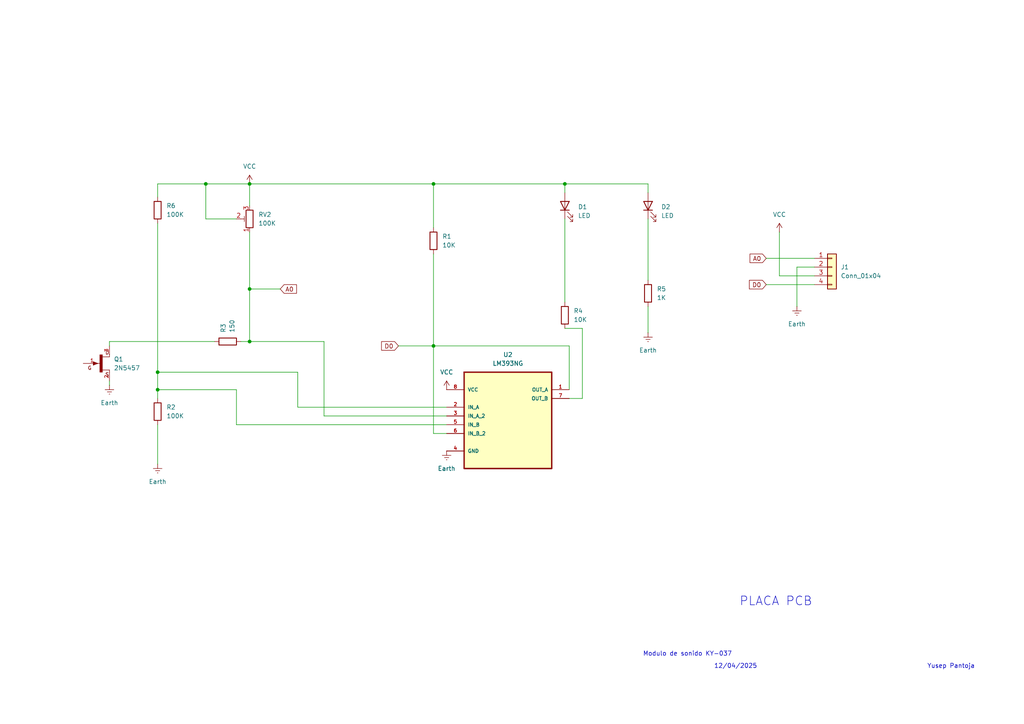
<source format=kicad_sch>
(kicad_sch (version 20250114) (generator "eeschema") (generator_version "9.0")
  (paper "A4")
  (lib_symbols
    (symbol "2N5457:2N5457" (pin_names (offset 1.016))
      (property "Reference" "Q" (at -10.1732 4.9594 0))
      (property "Value" "2N5457" (at -10.1782 2.5446 0))
      (symbol "2N5457_0_0"
        (polyline (pts (xy -2.159 0.508) (xy -2.159 -0.508)) (stroke (width 0.1524)))
        (polyline (pts (xy -2.159 -0.508) (xy -0.889 0)) (stroke (width 0.1524)))
        (polyline (pts (xy -2.032 0.254) (xy -2.032 -0.254)) (stroke (width 0.3048)))
        (polyline (pts (xy -2.032 -0.254) (xy -1.397 0)) (stroke (width 0.3048)))
        (polyline (pts (xy -1.397 0) (xy -1.27 0)) (stroke (width 0.1524)))
        (polyline (pts (xy -1.27 0) (xy -2.032 0.254)) (stroke (width 0.3048)))
        (polyline (pts (xy -1.27 0) (xy -0.889 0)) (stroke (width 0.1524)))
        (polyline (pts (xy -0.889 0) (xy -2.159 0.508)) (stroke (width 0.1524)))
        (rectangle (start -0.2543 -2.5434) (end 0.508 2.54) (stroke (width 0.1)) (fill (type outline)))
        (polyline (pts (xy 2.54 2.667) (xy 2.54 1.905)) (stroke (width 0.1524)))
        (polyline (pts (xy 2.54 1.905) (xy 0.508 1.905)) (stroke (width 0.1524)))
        (polyline (pts (xy 2.54 -1.905) (xy 0.5334 -1.905)) (stroke (width 0.1524)))
        (polyline (pts (xy 2.54 -2.54) (xy 2.54 -1.905)) (stroke (width 0.1524)))
        (text "G" (at -3.8123 -1.9061 0) (effects (font (size 1.0166 1.0166)) (justify left bottom)))
        (text "S" (at 1.27 -3.81 0) (effects (font (size 1.016 1.016)) (justify left bottom)))
        (text "D" (at 1.2713 2.5425 0) (effects (font (size 1.017 1.017)) (justify left bottom)))
        (pin passive line (at -5.08 0 0) (length 5.08) (name "~") (number "1"))
        (pin passive line (at 2.54 5.08 270) (length 2.54) (name "~") (number "3"))
        (pin passive line (at 2.54 -5.08 90) (length 2.54) (name "~") (number "2"))
      )
    )
    (symbol "Connector_Generic:Conn_01x04" (pin_names (offset 1.016) (hide yes))
      (property "Reference" "J" (at 0 5.08 0))
      (property "Value" "Conn_01x04" (at 0 -7.62 0))
      (symbol "Conn_01x04_1_1"
        (rectangle (start -1.27 3.81) (end 1.27 -6.35) (stroke (width 0.254)) (fill (type background)))
        (rectangle (start -1.27 2.667) (end 0 2.413) (stroke (width 0.1524)))
        (rectangle (start -1.27 0.127) (end 0 -0.127) (stroke (width 0.1524)))
        (rectangle (start -1.27 -2.413) (end 0 -2.667) (stroke (width 0.1524)))
        (rectangle (start -1.27 -4.953) (end 0 -5.207) (stroke (width 0.1524)))
        (pin passive line (at -5.08 2.54 0) (length 3.81) (name "Pin_1") (number "1"))
        (pin passive line (at -5.08 0 0) (length 3.81) (name "Pin_2") (number "2"))
        (pin passive line (at -5.08 -2.54 0) (length 3.81) (name "Pin_3") (number "3"))
        (pin passive line (at -5.08 -5.08 0) (length 3.81) (name "Pin_4") (number "4"))
      )
    )
    (symbol "Device:LED" (pin_numbers (hide yes)) (pin_names (offset 1.016) (hide yes))
      (property "Reference" "D" (at 0 2.54 0))
      (property "Value" "LED" (at 0 -2.54 0))
      (symbol "LED_0_1"
        (polyline (pts (xy -3.048 -0.762) (xy -4.572 -2.286) (xy -3.81 -2.286) (xy -4.572 -2.286) (xy -4.572 -1.524)))
        (polyline (pts (xy -1.778 -0.762) (xy -3.302 -2.286) (xy -2.54 -2.286) (xy -3.302 -2.286) (xy -3.302 -1.524)))
        (polyline (pts (xy -1.27 0) (xy 1.27 0)))
        (polyline (pts (xy -1.27 -1.27) (xy -1.27 1.27)) (stroke (width 0.254)))
        (polyline (pts (xy 1.27 -1.27) (xy 1.27 1.27) (xy -1.27 0) (xy 1.27 -1.27)) (stroke (width 0.254)))
      )
      (symbol "LED_1_1"
        (pin passive line (at -3.81 0 0) (length 2.54) (name "K") (number "1"))
        (pin passive line (at 3.81 0 180) (length 2.54) (name "A") (number "2"))
      )
    )
    (symbol "Device:R" (pin_numbers (hide yes)) (pin_names (offset 0))
      (property "Reference" "R" (at 2.032 0 90))
      (property "Value" "R" (at 0 0 90))
      (symbol "R_0_1"
        (rectangle (start -1.016 -2.54) (end 1.016 2.54) (stroke (width 0.254)))
      )
      (symbol "R_1_1"
        (pin passive line (at 0 3.81 270) (length 1.27) (name "~") (number "1"))
        (pin passive line (at 0 -3.81 90) (length 1.27) (name "~") (number "2"))
      )
    )
    (symbol "Device:R_Potentiometer_Trim" (pin_names (offset 1.016) (hide yes))
      (property "Reference" "RV" (at -4.445 0 90))
      (property "Value" "R_Potentiometer_Trim" (at -2.54 0 90))
      (symbol "R_Potentiometer_Trim_0_1"
        (rectangle (start 1.016 2.54) (end -1.016 -2.54) (stroke (width 0.254)))
        (polyline (pts (xy 1.524 0.762) (xy 1.524 -0.762)))
        (polyline (pts (xy 2.54 0) (xy 1.524 0)))
      )
      (symbol "R_Potentiometer_Trim_1_1"
        (pin passive line (at 0 3.81 270) (length 1.27) (name "1") (number "1"))
        (pin passive line (at 0 -3.81 90) (length 1.27) (name "3") (number "3"))
        (pin passive line (at 3.81 0 180) (length 1.27) (name "2") (number "2"))
      )
    )
    (symbol "LM393NG:LM393NG" (pin_names (offset 1.016))
      (property "Reference" "U" (at -5.3674 14.2199 0))
      (property "Value" "LM393NG" (at -4.8008 -22.7339 0))
      (symbol "LM393NG_0_0"
        (rectangle (start -12.7 -17.78) (end 12.7 10.16) (stroke (width 0.4064)) (fill (type background)))
        (pin power_in line (at -17.78 5.08 0) (length 5.08) (name "VCC") (number "8"))
        (pin input line (at -17.78 0 0) (length 5.08) (name "IN_A") (number "2"))
        (pin input line (at -17.78 -2.54 0) (length 5.08) (name "IN_A_2") (number "3"))
        (pin input line (at -17.78 -5.08 0) (length 5.08) (name "IN_B") (number "5"))
        (pin input line (at -17.78 -7.62 0) (length 5.08) (name "IN_B_2") (number "6"))
        (pin passive line (at -17.78 -12.7 0) (length 5.08) (name "GND") (number "4"))
        (pin output line (at 17.78 5.08 180) (length 5.08) (name "OUT_A") (number "1"))
        (pin output line (at 17.78 2.54 180) (length 5.08) (name "OUT_B") (number "7"))
      )
    )
    (symbol "power:Earth" (power) (pin_numbers (hide yes)) (pin_names (offset 0) (hide yes))
      (property "Value" "Earth" (at 0 -3.81 0))
      (symbol "Earth_0_1"
        (polyline (pts (xy -0.635 -1.905) (xy 0.635 -1.905)))
        (polyline (pts (xy -0.127 -2.54) (xy 0.127 -2.54)))
        (polyline (pts (xy 0 -1.27) (xy 0 0)))
        (polyline (pts (xy 1.27 -1.27) (xy -1.27 -1.27)))
      )
      (symbol "Earth_1_1"
        (pin power_in line (at 0 0 270) (length 0) (name "~") (number "1"))
      )
    )
    (symbol "power:VCC" (power) (pin_numbers (hide yes)) (pin_names (offset 0) (hide yes))
      (property "Value" "VCC" (at 0 3.556 0))
      (symbol "VCC_0_1"
        (polyline (pts (xy -0.762 1.27) (xy 0 2.54)))
        (polyline (pts (xy 0 2.54) (xy 0.762 1.27)))
        (polyline (pts (xy 0 0) (xy 0 2.54)))
      )
      (symbol "VCC_1_1"
        (pin power_in line (at 0 0 90) (length 0) (name "~") (number "1"))
      )
    )
  )
  (text "PLACA PCB" (at 225.044 174.498 0) (effects (font (size 2.54 2.54))))
  (text "12/04/2025" (at 213.36 193.294 0) (effects (font (size 1.27 1.27))))
  (text "Modulo de sonido KY-037" (at 199.39 189.738 0) (effects (font (size 1.27 1.27))))
  (text "Yusep Pantoja" (at 275.844 193.294 0) (effects (font (size 1.27 1.27))))
  (junction (at 59.69 53.34))
  (junction (at 125.73 100.33))
  (junction (at 45.72 113.03))
  (junction (at 45.72 107.95))
  (junction (at 125.73 53.34))
  (junction (at 163.83 53.34))
  (junction (at 72.39 99.06))
  (junction (at 72.39 53.34))
  (junction (at 72.39 83.82))
  (wire (pts (xy 72.39 67.31) (xy 72.39 83.82)))
  (wire (pts (xy 165.1 115.57) (xy 168.91 115.57)))
  (wire (pts (xy 125.73 73.66) (xy 125.73 100.33)))
  (wire (pts (xy 129.54 125.73) (xy 125.73 125.73)))
  (wire (pts (xy 129.54 118.11) (xy 86.36 118.11)))
  (wire (pts (xy 163.83 53.34) (xy 163.83 55.88)))
  (wire (pts (xy 236.22 80.01) (xy 226.06 80.01)))
  (wire (pts (xy 165.1 100.33) (xy 125.73 100.33)))
  (wire (pts (xy 86.36 118.11) (xy 86.36 107.95)))
  (wire (pts (xy 125.73 53.34) (xy 163.83 53.34)))
  (wire (pts (xy 226.06 80.01) (xy 226.06 67.31)))
  (wire (pts (xy 72.39 83.82) (xy 72.39 99.06)))
  (wire (pts (xy 231.14 77.47) (xy 231.14 88.9)))
  (wire (pts (xy 45.72 107.95) (xy 45.72 113.03)))
  (wire (pts (xy 222.25 74.93) (xy 236.22 74.93)))
  (wire (pts (xy 168.91 95.25) (xy 163.83 95.25)))
  (wire (pts (xy 93.98 99.06) (xy 72.39 99.06)))
  (wire (pts (xy 72.39 53.34) (xy 125.73 53.34)))
  (wire (pts (xy 45.72 123.19) (xy 45.72 134.62)))
  (wire (pts (xy 187.96 63.5) (xy 187.96 81.28)))
  (wire (pts (xy 163.83 53.34) (xy 187.96 53.34)))
  (wire (pts (xy 163.83 63.5) (xy 163.83 87.63)))
  (wire (pts (xy 86.36 107.95) (xy 45.72 107.95)))
  (wire (pts (xy 45.72 113.03) (xy 45.72 115.57)))
  (wire (pts (xy 72.39 53.34) (xy 72.39 59.69)))
  (wire (pts (xy 125.73 66.04) (xy 125.73 53.34)))
  (wire (pts (xy 31.75 110.49) (xy 31.75 111.76)))
  (wire (pts (xy 81.28 83.82) (xy 72.39 83.82)))
  (wire (pts (xy 129.54 120.65) (xy 93.98 120.65)))
  (wire (pts (xy 31.75 99.06) (xy 31.75 100.33)))
  (wire (pts (xy 68.58 113.03) (xy 45.72 113.03)))
  (wire (pts (xy 165.1 113.03) (xy 165.1 100.33)))
  (wire (pts (xy 69.85 99.06) (xy 72.39 99.06)))
  (wire (pts (xy 45.72 64.77) (xy 45.72 107.95)))
  (wire (pts (xy 68.58 63.5) (xy 59.69 63.5)))
  (wire (pts (xy 93.98 120.65) (xy 93.98 99.06)))
  (wire (pts (xy 68.58 123.19) (xy 68.58 113.03)))
  (wire (pts (xy 59.69 53.34) (xy 45.72 53.34)))
  (wire (pts (xy 59.69 63.5) (xy 59.69 53.34)))
  (wire (pts (xy 129.54 123.19) (xy 68.58 123.19)))
  (wire (pts (xy 222.25 82.55) (xy 236.22 82.55)))
  (wire (pts (xy 236.22 77.47) (xy 231.14 77.47)))
  (wire (pts (xy 45.72 53.34) (xy 45.72 57.15)))
  (wire (pts (xy 115.57 100.33) (xy 125.73 100.33)))
  (wire (pts (xy 187.96 55.88) (xy 187.96 53.34)))
  (wire (pts (xy 62.23 99.06) (xy 31.75 99.06)))
  (wire (pts (xy 125.73 100.33) (xy 125.73 125.73)))
  (wire (pts (xy 187.96 88.9) (xy 187.96 96.52)))
  (wire (pts (xy 72.39 53.34) (xy 59.69 53.34)))
  (wire (pts (xy 168.91 115.57) (xy 168.91 95.25)))
  (global_label "D0" (shape input) (at 222.25 82.55 180) (property "Intersheetrefs" "${INTERSHEET_REFS}" (effects (hide yes))))
  (global_label "A0" (shape input) (at 222.25 74.93 180) (property "Intersheetrefs" "${INTERSHEET_REFS}" (effects (hide yes))))
  (global_label "D0" (shape input) (at 115.57 100.33 180) (property "Intersheetrefs" "${INTERSHEET_REFS}" (effects (hide yes))))
  (global_label "A0" (shape input) (at 81.28 83.82 0) (property "Intersheetrefs" "${INTERSHEET_REFS}" (effects (hide yes))))
  (symbol (lib_id "Device:R") (at 45.72 119.38 180) (unit 1)
    (property "Reference" "R2" (at 48.26 118.1099 0) (effects (justify right)))
    (property "Value" "100K" (at 48.26 120.6499 0) (effects (justify right)))
    (property "Footprint" "Resistor_THT:R_Axial_DIN0207_L6.3mm_D2.5mm_P7.62mm_Horizontal" (effects (hide yes)))
    (property "Description" "Resistor" (effects (hide yes)))
  )
  (symbol (lib_id "power:Earth") (at 45.72 134.62 0) (unit 1)
    (property "Reference" "#PWR03" (effects (hide yes)))
    (property "Value" "Earth" (at 45.72 139.7 0))
    (property "Description" "Power symbol creates a global label with name \"Earth\"" (effects (hide yes)))
  )
  (symbol (lib_id "Device:LED") (at 187.96 59.69 90) (unit 1)
    (property "Reference" "D2" (at 191.77 60.0074 90) (effects (justify right)))
    (property "Value" "LED" (at 191.77 62.5474 90) (effects (justify right)))
    (property "Footprint" "Diode_THT:D_DO-35_SOD27_P7.62mm_Horizontal" (effects (hide yes)))
    (property "Description" "Light emitting diode" (effects (hide yes)))
    (property "Sim.Pins" "1=K 2=A" (effects (hide yes)))
  )
  (symbol (lib_id "Device:R") (at 163.83 91.44 0) (unit 1)
    (property "Reference" "R4" (at 166.37 90.1699 0) (effects (justify left)))
    (property "Value" "10K" (at 166.37 92.7099 0) (effects (justify left)))
    (property "Footprint" "Resistor_THT:R_Axial_DIN0207_L6.3mm_D2.5mm_P7.62mm_Horizontal" (effects (hide yes)))
    (property "Description" "Resistor" (effects (hide yes)))
  )
  (symbol (lib_id "power:Earth") (at 129.54 130.81 0) (unit 1)
    (property "Reference" "#PWR07" (effects (hide yes)))
    (property "Value" "Earth" (at 129.54 135.89 0))
    (property "Description" "Power symbol creates a global label with name \"Earth\"" (effects (hide yes)))
  )
  (symbol (lib_id "LM393NG:LM393NG") (at 147.32 118.11 0) (unit 1)
    (property "Reference" "U2" (at 147.32 102.87 0))
    (property "Value" "LM393NG" (at 147.32 105.41 0))
    (property "Footprint" "Package_DIP:CERDIP-8_W7.62mm_SideBrazed" (effects (hide yes)))
    (property "MF" "ON Semiconductor" (effects (hide yes)))
    (property "Description_1" "Comparator General Purpose CMOS, DTL, ECL, MOS, Open-Collector, TTL 8-PDIP" (effects (hide yes)))
    (property "PACKAGE" "PDIP-8" (effects (hide yes)))
    (property "MPN" "LM393NG" (effects (hide yes)))
    (property "Price" "None" (effects (hide yes)))
    (property "Package" "PDIP-8 ON Semiconductor" (effects (hide yes)))
    (property "OC_FARNELL" "1211133" (effects (hide yes)))
    (property "SnapEDA_Link" "https://www.snapeda.com/parts/LM393NG/Onsemi/view-part/?ref=snap" (effects (hide yes)))
    (property "MP" "LM393NG" (effects (hide yes)))
    (property "SUPPLIER" "On Semiconductors" (effects (hide yes)))
    (property "OC_NEWARK" "67H6685" (effects (hide yes)))
    (property "Availability" "In Stock" (effects (hide yes)))
    (property "Check_prices" "https://www.snapeda.com/parts/LM393NG/Onsemi/view-part/?ref=eda" (effects (hide yes)))
  )
  (symbol (lib_id "power:Earth") (at 231.14 88.9 0) (unit 1)
    (property "Reference" "#PWR02" (effects (hide yes)))
    (property "Value" "Earth" (at 231.14 93.98 0))
    (property "Description" "Power symbol creates a global label with name \"Earth\"" (effects (hide yes)))
  )
  (symbol (lib_id "power:Earth") (at 187.96 96.52 0) (unit 1)
    (property "Reference" "#PWR01" (effects (hide yes)))
    (property "Value" "Earth" (at 187.96 101.6 0))
    (property "Description" "Power symbol creates a global label with name \"Earth\"" (effects (hide yes)))
  )
  (symbol (lib_id "Device:R") (at 125.73 69.85 0) (unit 1)
    (property "Reference" "R1" (at 128.27 68.5799 0) (effects (justify left)))
    (property "Value" "10K" (at 128.27 71.1199 0) (effects (justify left)))
    (property "Footprint" "Resistor_THT:R_Axial_DIN0207_L6.3mm_D2.5mm_P7.62mm_Horizontal" (effects (hide yes)))
    (property "Description" "Resistor" (effects (hide yes)))
  )
  (symbol (lib_id "power:VCC") (at 129.54 113.03 0) (unit 1)
    (property "Reference" "#PWR08" (effects (hide yes)))
    (property "Value" "VCC" (at 129.54 107.95 0))
    (property "Description" "Power symbol creates a global label with name \"VCC\"" (effects (hide yes)))
  )
  (symbol (lib_id "Device:R") (at 66.04 99.06 90) (unit 1)
    (property "Reference" "R3" (at 64.7699 96.52 0) (effects (justify left)))
    (property "Value" "150" (at 67.3099 96.52 0) (effects (justify left)))
    (property "Footprint" "Resistor_THT:R_Axial_DIN0207_L6.3mm_D2.5mm_P7.62mm_Horizontal" (effects (hide yes)))
    (property "Description" "Resistor" (effects (hide yes)))
  )
  (symbol (lib_id "power:Earth") (at 31.75 111.76 0) (unit 1)
    (property "Reference" "#PWR04" (effects (hide yes)))
    (property "Value" "Earth" (at 31.75 116.84 0))
    (property "Description" "Power symbol creates a global label with name \"Earth\"" (effects (hide yes)))
  )
  (symbol (lib_id "Device:R") (at 45.72 60.96 0) (unit 1)
    (property "Reference" "R6" (at 48.26 59.6899 0) (effects (justify left)))
    (property "Value" "100K" (at 48.26 62.2299 0) (effects (justify left)))
    (property "Footprint" "Resistor_THT:R_Axial_DIN0207_L6.3mm_D2.5mm_P7.62mm_Horizontal" (effects (hide yes)))
    (property "Description" "Resistor" (effects (hide yes)))
  )
  (symbol (lib_id "Device:R") (at 187.96 85.09 0) (unit 1)
    (property "Reference" "R5" (at 190.5 83.8199 0) (effects (justify left)))
    (property "Value" "1K" (at 190.5 86.3599 0) (effects (justify left)))
    (property "Footprint" "Resistor_THT:R_Axial_DIN0207_L6.3mm_D2.5mm_P7.62mm_Horizontal" (effects (hide yes)))
    (property "Description" "Resistor" (effects (hide yes)))
  )
  (symbol (lib_id "power:VCC") (at 226.06 67.31 0) (unit 1)
    (property "Reference" "#PWR06" (effects (hide yes)))
    (property "Value" "VCC" (at 226.06 62.23 0))
    (property "Description" "Power symbol creates a global label with name \"VCC\"" (effects (hide yes)))
  )
  (symbol (lib_id "Device:LED") (at 163.83 59.69 90) (unit 1)
    (property "Reference" "D1" (at 167.64 60.0074 90) (effects (justify right)))
    (property "Value" "LED" (at 167.64 62.5474 90) (effects (justify right)))
    (property "Footprint" "Diode_THT:D_DO-35_SOD27_P7.62mm_Horizontal" (effects (hide yes)))
    (property "Description" "Light emitting diode" (effects (hide yes)))
    (property "Sim.Pins" "1=K 2=A" (effects (hide yes)))
  )
  (symbol (lib_id "Connector_Generic:Conn_01x04") (at 241.3 77.47 0) (unit 1)
    (property "Reference" "J1" (at 243.84 77.4699 0) (effects (justify left)))
    (property "Value" "Conn_01x04" (at 243.84 80.0099 0) (effects (justify left)))
    (property "Footprint" "Connector_PinHeader_2.54mm:PinHeader_1x04_P2.54mm_Vertical" (effects (hide yes)))
    (property "Description" "Generic connector, single row, 01x04, script generated (kicad-library-utils/schlib/autogen/connector/)" (effects (hide yes)))
  )
  (symbol (lib_id "Device:R_Potentiometer_Trim") (at 72.39 63.5 180) (unit 1)
    (property "Reference" "RV2" (at 74.93 62.2299 0) (effects (justify right)))
    (property "Value" "100K" (at 74.93 64.7699 0) (effects (justify right)))
    (property "Footprint" "Potentiometer_THT:Potentiometer_Bourns_3296W_Vertical" (effects (hide yes)))
    (property "Description" "Trim-potentiometer" (effects (hide yes)))
  )
  (symbol (lib_id "power:VCC") (at 72.39 53.34 0) (unit 1)
    (property "Reference" "#PWR05" (effects (hide yes)))
    (property "Value" "VCC" (at 72.39 48.26 0))
    (property "Description" "Power symbol creates a global label with name \"VCC\"" (effects (hide yes)))
  )
  (symbol (lib_id "2N5457:2N5457") (at 29.21 105.41 0) (unit 1)
    (property "Reference" "Q1" (at 33.02 104.1932 0) (effects (justify left)))
    (property "Value" "2N5457" (at 33.02 106.7332 0) (effects (justify left)))
    (property "Footprint" "Package_TO_SOT_THT:TO-92L_Inline" (effects (hide yes)))
    (property "MF" "ON Semiconductor" (effects (hide yes)))
    (property "Description_1" "JFET N-Channel 25 V 310 mW Through Hole TO-92 (TO-226)" (effects (hide yes)))
    (property "Package" "TO-92 STMicroelectronics" (effects (hide yes)))
    (property "Price" "None" (effects (hide yes)))
    (property "SnapEDA_Link" "https://www.snapeda.com/parts/2N5457/Onsemi/view-part/?ref=snap" (effects (hide yes)))
    (property "MP" "2N5457" (effects (hide yes)))
    (property "Availability" "Not in stock" (effects (hide yes)))
    (property "Check_prices" "https://www.snapeda.com/parts/2N5457/Onsemi/view-part/?ref=eda" (effects (hide yes)))
  )
)
</source>
